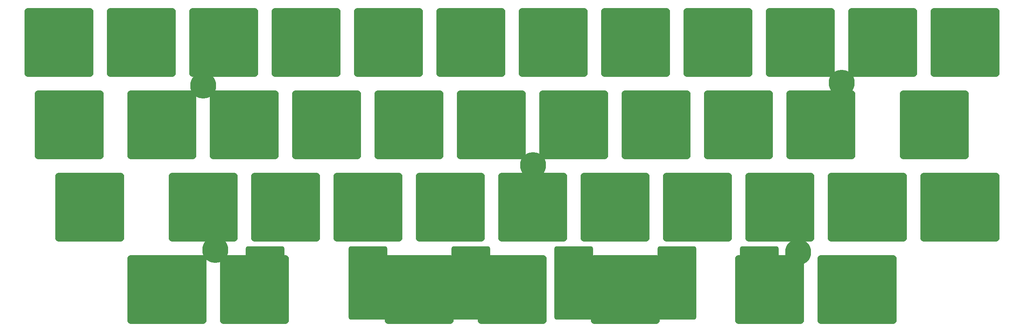
<source format=gbr>
%TF.GenerationSoftware,KiCad,Pcbnew,(7.0.0-0)*%
%TF.CreationDate,2023-04-18T10:09:11-04:00*%
%TF.ProjectId,plate,706c6174-652e-46b6-9963-61645f706362,rev?*%
%TF.SameCoordinates,Original*%
%TF.FileFunction,Copper,L2,Bot*%
%TF.FilePolarity,Positive*%
%FSLAX46Y46*%
G04 Gerber Fmt 4.6, Leading zero omitted, Abs format (unit mm)*
G04 Created by KiCad (PCBNEW (7.0.0-0)) date 2023-04-18 10:09:11*
%MOMM*%
%LPD*%
G01*
G04 APERTURE LIST*
G04 Aperture macros list*
%AMRoundRect*
0 Rectangle with rounded corners*
0 $1 Rounding radius*
0 $2 $3 $4 $5 $6 $7 $8 $9 X,Y pos of 4 corners*
0 Add a 4 corners polygon primitive as box body*
4,1,4,$2,$3,$4,$5,$6,$7,$8,$9,$2,$3,0*
0 Add four circle primitives for the rounded corners*
1,1,$1+$1,$2,$3*
1,1,$1+$1,$4,$5*
1,1,$1+$1,$6,$7*
1,1,$1+$1,$8,$9*
0 Add four rect primitives between the rounded corners*
20,1,$1+$1,$2,$3,$4,$5,0*
20,1,$1+$1,$4,$5,$6,$7,0*
20,1,$1+$1,$6,$7,$8,$9,0*
20,1,$1+$1,$8,$9,$2,$3,0*%
G04 Aperture macros list end*
%TA.AperFunction,SMDPad,CuDef*%
%ADD10RoundRect,1.008000X6.992000X6.992000X-6.992000X6.992000X-6.992000X-6.992000X6.992000X-6.992000X0*%
%TD*%
%TA.AperFunction,WasherPad*%
%ADD11C,6.000000*%
%TD*%
%TA.AperFunction,SMDPad,CuDef*%
%ADD12RoundRect,0.567000X3.933000X7.933000X-3.933000X7.933000X-3.933000X-7.933000X3.933000X-7.933000X0*%
%TD*%
%TA.AperFunction,SMDPad,CuDef*%
%ADD13RoundRect,0.567000X-3.933000X-7.933000X3.933000X-7.933000X3.933000X7.933000X-3.933000X7.933000X0*%
%TD*%
%TA.AperFunction,SMDPad,CuDef*%
%ADD14RoundRect,1.008000X-6.992000X-6.992000X6.992000X-6.992000X6.992000X6.992000X-6.992000X6.992000X0*%
%TD*%
G04 APERTURE END LIST*
D10*
%TO.P,REF\u002A\u002A,1*%
%TO.N,N/C*%
X69512500Y-93350000D03*
%TD*%
%TO.P,REF\u002A\u002A,1*%
%TO.N,N/C*%
X198100000Y-74300000D03*
%TD*%
%TO.P,REF\u002A\u002A,1*%
%TO.N,N/C*%
X160000000Y-74300000D03*
%TD*%
%TO.P,REF\u002A\u002A,1*%
%TO.N,N/C*%
X183812500Y-93350000D03*
%TD*%
%TO.P,REF\u002A\u002A,1*%
%TO.N,N/C*%
X164762500Y-93350000D03*
%TD*%
D11*
%TO.P,REF\u002A\u002A,*%
%TO.N,*%
X79009958Y-84289904D03*
X81809958Y-122289904D03*
X155309958Y-102689904D03*
X216609958Y-122789904D03*
X226709958Y-83589904D03*
%TD*%
D10*
%TO.P,REF\u002A\u002A,1*%
%TO.N,N/C*%
X255250000Y-74300000D03*
%TD*%
%TO.P,REF\u002A\u002A,1*%
%TO.N,N/C*%
X140950000Y-74300000D03*
%TD*%
%TO.P,REF\u002A\u002A,1*%
%TO.N,N/C*%
X98087500Y-112400000D03*
%TD*%
%TO.P,REF\u002A\u002A,1*%
%TO.N,N/C*%
X155237500Y-112400000D03*
%TD*%
%TO.P,REF\u002A\u002A,1*%
%TO.N,N/C*%
X48081250Y-93350000D03*
%TD*%
%TO.P,REF\u002A\u002A,1*%
%TO.N,N/C*%
X202862500Y-93350000D03*
%TD*%
%TO.P,REF\u002A\u002A,1*%
%TO.N,N/C*%
X231437500Y-112400000D03*
X233818750Y-112400000D03*
X252868750Y-112400000D03*
X255250000Y-112400000D03*
%TD*%
%TO.P,REF\u002A\u002A,1*%
%TO.N,N/C*%
X83800000Y-74300000D03*
%TD*%
%TO.P,REF\u002A\u002A,1*%
%TO.N,N/C*%
X52843750Y-112400000D03*
%TD*%
%TO.P,REF\u002A\u002A,1*%
%TO.N,N/C*%
X236200000Y-74300000D03*
%TD*%
%TO.P,REF\u002A\u002A,1*%
%TO.N,N/C*%
X217150000Y-74300000D03*
%TD*%
%TO.P,REF\u002A\u002A,1*%
%TO.N,N/C*%
X107612500Y-93350000D03*
%TD*%
%TO.P,REF\u002A\u002A,1*%
%TO.N,N/C*%
X117137500Y-112400000D03*
%TD*%
%TO.P,REF\u002A\u002A,1*%
%TO.N,N/C*%
X174287500Y-112400000D03*
%TD*%
%TO.P,REF\u002A\u002A,1*%
%TO.N,N/C*%
X136187500Y-112400000D03*
%TD*%
%TO.P,REF\u002A\u002A,1*%
%TO.N,N/C*%
X45700000Y-74300000D03*
%TD*%
%TO.P,REF\u002A\u002A,1*%
%TO.N,N/C*%
X64750000Y-74300000D03*
%TD*%
%TO.P,REF\u002A\u002A,1*%
%TO.N,N/C*%
X126662500Y-93350000D03*
%TD*%
%TO.P,REF\u002A\u002A,1*%
%TO.N,N/C*%
X179050000Y-74300000D03*
%TD*%
%TO.P,REF\u002A\u002A,1*%
%TO.N,N/C*%
X79037500Y-112400000D03*
%TD*%
%TO.P,REF\u002A\u002A,1*%
%TO.N,N/C*%
X102850000Y-74300000D03*
%TD*%
%TO.P,REF\u002A\u002A,1*%
%TO.N,N/C*%
X193337500Y-112400000D03*
%TD*%
%TO.P,REF\u002A\u002A,1*%
%TO.N,N/C*%
X145712500Y-93350000D03*
%TD*%
%TO.P,REF\u002A\u002A,1*%
%TO.N,N/C*%
X69512500Y-131450000D03*
X71893750Y-131450000D03*
X90943750Y-131450000D03*
D12*
X93325000Y-129950000D03*
D13*
X117137500Y-129950000D03*
D14*
X129043750Y-131450000D03*
D13*
X140950000Y-129950000D03*
D10*
X150475000Y-131450000D03*
D13*
X164762500Y-129950000D03*
D14*
X176668750Y-131450000D03*
D13*
X188575000Y-129950000D03*
D12*
X207625000Y-129950000D03*
D10*
X210006250Y-131450000D03*
X229056250Y-131450000D03*
X231437500Y-131450000D03*
%TD*%
%TO.P,REF\u002A\u002A,1*%
%TO.N,N/C*%
X221912500Y-93350000D03*
%TD*%
%TO.P,REF\u002A\u002A,1*%
%TO.N,N/C*%
X88562500Y-93350000D03*
%TD*%
%TO.P,REF\u002A\u002A,1*%
%TO.N,N/C*%
X248106250Y-93350000D03*
%TD*%
%TO.P,REF\u002A\u002A,1*%
%TO.N,N/C*%
X121900000Y-74300000D03*
%TD*%
%TO.P,REF\u002A\u002A,1*%
%TO.N,N/C*%
X212387500Y-112400000D03*
%TD*%
M02*

</source>
